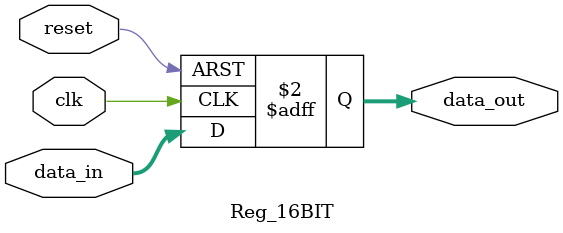
<source format=v>
module Reg_16BIT (
    input reset,
    input clk,
    input [15:0] data_in,
    output reg [15:0] data_out
);

    always @(posedge clk or posedge reset) begin
        if (reset) begin
            data_out <= 16'b0000000000000000;
        end
        else begin
            data_out <= data_in;
        end
    end

endmodule

</source>
